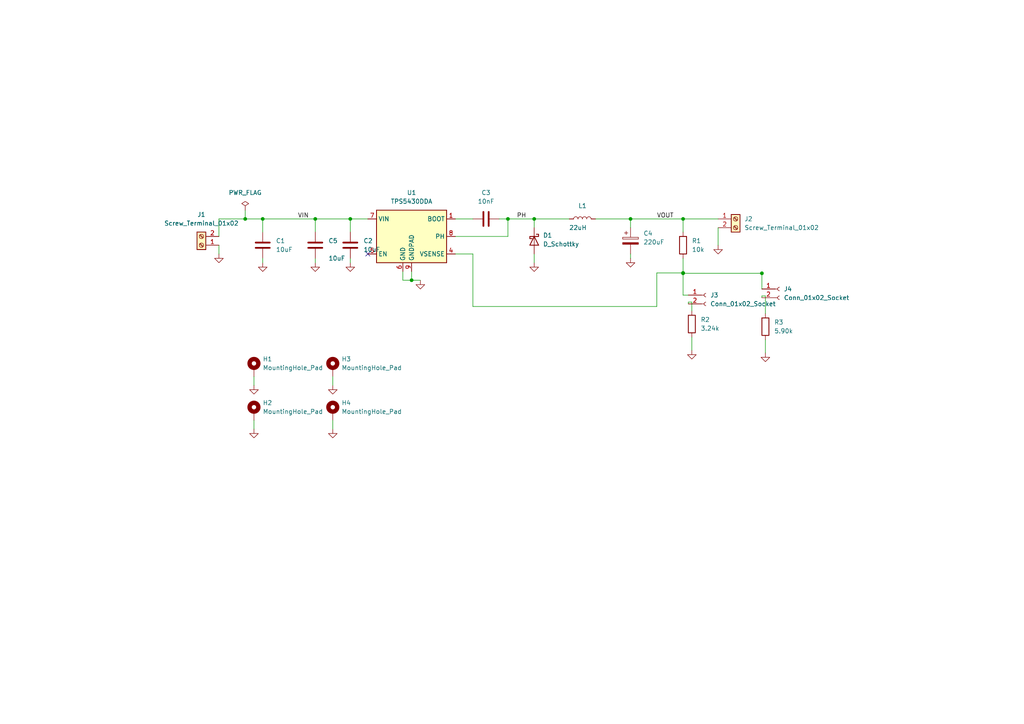
<source format=kicad_sch>
(kicad_sch (version 20231120) (generator "eeschema") (generator_version "8.0")
  (paper "A4")
  (lib_symbols
    (symbol "Connector:Conn_01x02_Socket" (pin_names (offset 1.016) hide)
      (property "Reference" "J" (at 0 2.54 0))
      (property "Value" "Conn_01x02_Socket" (at 0 -5.08 0))
      (symbol "Conn_01x02_Socket_1_1"
        (arc (start 0 -2.032) (mid -0.5058 -2.54) (end 0 -3.048) (stroke (width 0.1524)))
        (polyline (pts (xy -1.27 -2.54) (xy -0.508 -2.54)) (stroke (width 0.1524)))
        (polyline (pts (xy -1.27 0) (xy -0.508 0)) (stroke (width 0.1524)))
        (arc (start 0 0.508) (mid -0.5058 0) (end 0 -0.508) (stroke (width 0.1524)))
        (pin passive line (at -5.08 0 0) (length 3.81) (name "Pin_1") (number "1"))
        (pin passive line (at -5.08 -2.54 0) (length 3.81) (name "Pin_2") (number "2"))
      )
    )
    (symbol "Connector:Screw_Terminal_01x02" (pin_names (offset 1.016) hide)
      (property "Reference" "J" (at 0 2.54 0))
      (property "Value" "Screw_Terminal_01x02" (at 0 -5.08 0))
      (symbol "Screw_Terminal_01x02_1_1"
        (rectangle (start -1.27 1.27) (end 1.27 -3.81) (stroke (width 0.254)) (fill (type background)))
        (circle (center 0 -2.54) (radius 0.635) (stroke (width 0.1524)))
        (polyline (pts (xy -0.5334 -2.2098) (xy 0.3302 -3.048)) (stroke (width 0.1524)))
        (polyline (pts (xy -0.5334 0.3302) (xy 0.3302 -0.508)) (stroke (width 0.1524)))
        (polyline (pts (xy -0.3556 -2.032) (xy 0.508 -2.8702)) (stroke (width 0.1524)))
        (polyline (pts (xy -0.3556 0.508) (xy 0.508 -0.3302)) (stroke (width 0.1524)))
        (circle (center 0 0) (radius 0.635) (stroke (width 0.1524)))
        (pin passive line (at -5.08 0 0) (length 3.81) (name "Pin_1") (number "1"))
        (pin passive line (at -5.08 -2.54 0) (length 3.81) (name "Pin_2") (number "2"))
      )
    )
    (symbol "Device:C" (pin_numbers hide) (pin_names (offset 0.254))
      (property "Reference" "C" (at 0.635 2.54 0))
      (property "Value" "C" (at 0.635 -2.54 0))
      (symbol "C_0_1"
        (polyline (pts (xy -2.032 -0.762) (xy 2.032 -0.762)) (stroke (width 0.508)))
        (polyline (pts (xy -2.032 0.762) (xy 2.032 0.762)) (stroke (width 0.508)))
      )
      (symbol "C_1_1"
        (pin passive line (at 0 3.81 270) (length 2.794) (name "~") (number "1"))
        (pin passive line (at 0 -3.81 90) (length 2.794) (name "~") (number "2"))
      )
    )
    (symbol "Device:C_Polarized" (pin_numbers hide) (pin_names (offset 0.254))
      (property "Reference" "C" (at 0.635 2.54 0))
      (property "Value" "C_Polarized" (at 0.635 -2.54 0))
      (symbol "C_Polarized_0_1"
        (rectangle (start -2.286 0.508) (end 2.286 1.016))
        (polyline (pts (xy -1.778 2.286) (xy -0.762 2.286)))
        (polyline (pts (xy -1.27 2.794) (xy -1.27 1.778)))
        (rectangle (start 2.286 -0.508) (end -2.286 -1.016) (fill (type outline)))
      )
      (symbol "C_Polarized_1_1"
        (pin passive line (at 0 3.81 270) (length 2.794) (name "~") (number "1"))
        (pin passive line (at 0 -3.81 90) (length 2.794) (name "~") (number "2"))
      )
    )
    (symbol "Device:D_Schottky" (pin_numbers hide) (pin_names (offset 1.016) hide)
      (property "Reference" "D" (at 0 2.54 0))
      (property "Value" "D_Schottky" (at 0 -2.54 0))
      (symbol "D_Schottky_0_1"
        (polyline (pts (xy 1.27 0) (xy -1.27 0)))
        (polyline (pts (xy 1.27 1.27) (xy 1.27 -1.27) (xy -1.27 0) (xy 1.27 1.27)) (stroke (width 0.254)))
        (polyline (pts (xy -1.905 0.635) (xy -1.905 1.27) (xy -1.27 1.27) (xy -1.27 -1.27) (xy -0.635 -1.27) (xy -0.635 -0.635)) (stroke (width 0.254)))
      )
      (symbol "D_Schottky_1_1"
        (pin passive line (at -3.81 0 0) (length 2.54) (name "K") (number "1"))
        (pin passive line (at 3.81 0 180) (length 2.54) (name "A") (number "2"))
      )
    )
    (symbol "Device:L" (pin_numbers hide) (pin_names (offset 1.016) hide)
      (property "Reference" "L" (at -1.27 0 90))
      (property "Value" "L" (at 1.905 0 90))
      (symbol "L_0_1"
        (arc (start 0 -2.54) (mid 0.6323 -1.905) (end 0 -1.27))
        (arc (start 0 -1.27) (mid 0.6323 -0.635) (end 0 0))
        (arc (start 0 0) (mid 0.6323 0.635) (end 0 1.27))
        (arc (start 0 1.27) (mid 0.6323 1.905) (end 0 2.54))
      )
      (symbol "L_1_1"
        (pin passive line (at 0 3.81 270) (length 1.27) (name "1") (number "1"))
        (pin passive line (at 0 -3.81 90) (length 1.27) (name "2") (number "2"))
      )
    )
    (symbol "Device:R" (pin_numbers hide) (pin_names (offset 0))
      (property "Reference" "R" (at 2.032 0 90))
      (property "Value" "R" (at 0 0 90))
      (symbol "R_0_1"
        (rectangle (start -1.016 -2.54) (end 1.016 2.54) (stroke (width 0.254)))
      )
      (symbol "R_1_1"
        (pin passive line (at 0 3.81 270) (length 1.27) (name "~") (number "1"))
        (pin passive line (at 0 -3.81 90) (length 1.27) (name "~") (number "2"))
      )
    )
    (symbol "Mechanical:MountingHole_Pad" (pin_numbers hide) (pin_names (offset 1.016) hide)
      (property "Reference" "H" (at 0 6.35 0))
      (property "Value" "MountingHole_Pad" (at 0 4.445 0))
      (symbol "MountingHole_Pad_0_1"
        (circle (center 0 1.27) (radius 1.27) (stroke (width 1.27)))
      )
      (symbol "MountingHole_Pad_1_1"
        (pin input line (at 0 -2.54 90) (length 2.54) (name "1") (number "1"))
      )
    )
    (symbol "Regulator_Switching:TPS5430DDA"
      (property "Reference" "U" (at -10.16 8.89 0))
      (property "Value" "TPS5430DDA" (at -1.27 8.89 0))
      (symbol "TPS5430DDA_0_1"
        (rectangle (start -10.16 7.62) (end 10.16 -7.62) (stroke (width 0.254)) (fill (type background)))
      )
      (symbol "TPS5430DDA_1_1"
        (pin input line (at 12.7 5.08 180) (length 2.54) (name "BOOT") (number "1"))
        (pin no_connect line (at -10.16 2.54 0) (length 2.54) hide (name "NC") (number "2"))
        (pin no_connect line (at -10.16 -2.54 0) (length 2.54) hide (name "NC") (number "3"))
        (pin input line (at 12.7 -5.08 180) (length 2.54) (name "VSENSE") (number "4"))
        (pin input line (at -12.7 -5.08 0) (length 2.54) (name "EN") (number "5"))
        (pin power_in line (at -2.54 -10.16 90) (length 2.54) (name "GND") (number "6"))
        (pin power_in line (at -12.7 5.08 0) (length 2.54) (name "VIN") (number "7"))
        (pin output line (at 12.7 0 180) (length 2.54) (name "PH") (number "8"))
        (pin power_in line (at 0 -10.16 90) (length 2.54) (name "GNDPAD") (number "9"))
      )
    )
    (symbol "power:GND" (power) (pin_names (offset 0))
      (property "Value" "GND" (at 0 -3.81 0))
      (symbol "GND_0_1"
        (polyline (pts (xy 0 0) (xy 0 -1.27) (xy 1.27 -1.27) (xy 0 -2.54) (xy -1.27 -1.27) (xy 0 -1.27)))
      )
      (symbol "GND_1_1"
        (pin power_in line (at 0 0 270) (length 0) hide (name "GND") (number "1"))
      )
    )
    (symbol "power:PWR_FLAG" (power) (pin_numbers hide) (pin_names (offset 0) hide)
      (property "Value" "PWR_FLAG" (at 0 3.81 0))
      (symbol "PWR_FLAG_0_0"
        (pin power_out line (at 0 0 90) (length 0) (name "pwr") (number "1"))
      )
      (symbol "PWR_FLAG_0_1"
        (polyline (pts (xy 0 0) (xy 0 1.27) (xy -1.016 1.905) (xy 0 2.54) (xy 1.016 1.905) (xy 0 1.27)))
      )
    )
  )
  (junction (at 198.12 63.5))
  (junction (at 76.2 63.5))
  (junction (at 101.6 63.5))
  (junction (at 91.44 63.5))
  (junction (at 198.12 79.2623))
  (junction (at 71.12 63.5))
  (junction (at 119.38 81.28))
  (junction (at 154.94 63.5))
  (junction (at 147.32 63.5))
  (junction (at 198.12 79.16))
  (junction (at 182.88 63.5))
  (junction (at 220.98 79.2623))
  (no_connect (at 106.68 73.66))
  (wire (pts (xy 132.08 68.58) (xy 147.32 68.58)))
  (wire (pts (xy 101.6 74.93) (xy 101.6 76.2)))
  (wire (pts (xy 132.08 73.66) (xy 137.16 73.66)))
  (wire (pts (xy 119.38 81.28) (xy 119.38 78.74)))
  (wire (pts (xy 101.6 63.5) (xy 101.6 67.31)))
  (wire (pts (xy 198.12 63.5) (xy 208.28 63.5)))
  (wire (pts (xy 76.2 63.5) (xy 91.44 63.5)))
  (wire (pts (xy 154.94 63.5) (xy 154.94 66.04)))
  (wire (pts (xy 182.88 74.93) (xy 182.88 73.66)))
  (wire (pts (xy 198.12 63.5) (xy 198.12 67.31)))
  (wire (pts (xy 190.5 79.16) (xy 198.12 79.16)))
  (wire (pts (xy 73.66 121.92) (xy 73.66 124.46)))
  (wire (pts (xy 220.98 79.2623) (xy 198.12 79.2623)))
  (wire (pts (xy 91.44 63.5) (xy 101.6 63.5)))
  (wire (pts (xy 221.996 98.552) (xy 221.996 102.362)))
  (wire (pts (xy 198.12 74.93) (xy 198.12 79.16)))
  (wire (pts (xy 221.996 85.852) (xy 221.996 90.932)))
  (wire (pts (xy 200.66 97.79) (xy 200.66 101.6)))
  (wire (pts (xy 198.12 79.2623) (xy 198.12 85.598)))
  (wire (pts (xy 63.5 71.12) (xy 63.5 73.66)))
  (wire (pts (xy 182.88 63.5) (xy 182.88 66.04)))
  (wire (pts (xy 172.72 63.5) (xy 182.88 63.5)))
  (wire (pts (xy 91.44 74.93) (xy 91.44 76.2)))
  (wire (pts (xy 137.16 88.9) (xy 190.5 88.9)))
  (wire (pts (xy 144.78 63.5) (xy 147.32 63.5)))
  (wire (pts (xy 76.2 74.93) (xy 76.2 76.2)))
  (wire (pts (xy 91.44 63.5) (xy 91.44 67.31)))
  (wire (pts (xy 198.12 79.2623) (xy 198.12 79.16)))
  (wire (pts (xy 198.12 85.598) (xy 199.644 85.598)))
  (wire (pts (xy 96.52 109.22) (xy 96.52 111.76)))
  (wire (pts (xy 182.88 63.5) (xy 198.12 63.5)))
  (wire (pts (xy 154.94 63.5) (xy 165.1 63.5)))
  (wire (pts (xy 137.16 73.66) (xy 137.16 88.9)))
  (wire (pts (xy 71.12 60.96) (xy 71.12 63.5)))
  (wire (pts (xy 73.66 109.22) (xy 73.66 111.76)))
  (wire (pts (xy 221.996 85.852) (xy 220.98 85.852)))
  (wire (pts (xy 208.28 66.04) (xy 208.28 71.12)))
  (wire (pts (xy 121.92 81.28) (xy 119.38 81.28)))
  (wire (pts (xy 154.94 73.66) (xy 154.94 76.2)))
  (wire (pts (xy 63.5 63.5) (xy 71.12 63.5)))
  (wire (pts (xy 116.84 78.74) (xy 116.84 81.28)))
  (wire (pts (xy 101.6 63.5) (xy 106.68 63.5)))
  (wire (pts (xy 96.52 121.92) (xy 96.52 124.46)))
  (wire (pts (xy 63.5 68.58) (xy 63.5 63.5)))
  (wire (pts (xy 132.08 63.5) (xy 137.16 63.5)))
  (wire (pts (xy 76.2 63.5) (xy 76.2 67.31)))
  (wire (pts (xy 220.98 83.82) (xy 220.98 79.2623)))
  (wire (pts (xy 200.66 87.63) (xy 200.66 90.17)))
  (wire (pts (xy 190.5 88.9) (xy 190.5 79.16)))
  (wire (pts (xy 147.32 68.58) (xy 147.32 63.5)))
  (wire (pts (xy 200.66 87.63) (xy 199.644 87.63)))
  (wire (pts (xy 71.12 63.5) (xy 76.2 63.5)))
  (wire (pts (xy 116.84 81.28) (xy 119.38 81.28)))
  (wire (pts (xy 182.88 63.4477) (xy 182.88 63.5)))
  (wire (pts (xy 220.98 79.2623) (xy 220.98 79.1789)))
  (wire (pts (xy 147.32 63.5) (xy 154.94 63.5)))
  (wire (pts (xy 220.98 85.852) (xy 220.98 86.36)))
  (wire (pts (xy 199.644 87.63) (xy 199.644 88.138)))
  (label "VIN" (at 86.36 63.5 0))
  (label "VOUT" (at 190.5 63.5 0))
  (label "PH" (at 149.86 63.5 0))
  (symbol (lib_id "power:GND") (at 63.5 73.66 0) (unit 1)
    (property "Reference" "#PWR01" (effects (hide yes)))
    (property "Value" "GND" (effects (hide yes)))
  )
  (symbol (lib_id "Mechanical:MountingHole_Pad") (at 73.66 119.38 0) (unit 1)
    (property "Reference" "H2" (at 76.2 116.84 0) (effects (justify left)))
    (property "Value" "MountingHole_Pad" (at 76.2 119.38 0) (effects (justify left)))
    (property "Footprint" "MountingHole:MountingHole_3.2mm_M3_Pad_Via" (effects (hide yes)))
  )
  (symbol (lib_id "Device:L") (at 168.91 63.5 90) (unit 1)
    (property "Reference" "L1" (at 170.18 59.69 90) (effects (justify left)))
    (property "Value" "22uH" (at 170.18 66.04 90) (effects (justify left)))
    (property "Footprint" "Inductor_SMD:L_Wuerth_WE-PD-Typ-LS_Handsoldering" (effects (hide yes)))
  )
  (symbol (lib_id "Mechanical:MountingHole_Pad") (at 96.52 106.68 0) (unit 1)
    (property "Reference" "H3" (at 99.06 104.14 0) (effects (justify left)))
    (property "Value" "MountingHole_Pad" (at 99.06 106.68 0) (effects (justify left)))
    (property "Footprint" "MountingHole:MountingHole_3.2mm_M3_Pad_Via" (effects (hide yes)))
  )
  (symbol (lib_id "Device:C") (at 91.44 71.12 0) (unit 1)
    (property "Reference" "C5" (at 95.25 69.85 0) (effects (justify left)))
    (property "Value" "10uF" (at 95.25 74.93 0) (effects (justify left)))
    (property "Footprint" "Capacitor_SMD:C_1210_3225Metric_Pad1.33x2.70mm_HandSolder" (effects (hide yes)))
  )
  (symbol (lib_id "Mechanical:MountingHole_Pad") (at 73.66 106.68 0) (unit 1)
    (property "Reference" "H1" (at 76.2 104.14 0) (effects (justify left)))
    (property "Value" "MountingHole_Pad" (at 76.2 106.68 0) (effects (justify left)))
    (property "Footprint" "MountingHole:MountingHole_3.2mm_M3_Pad_Via" (effects (hide yes)))
  )
  (symbol (lib_id "power:PWR_FLAG") (at 71.12 60.96 0) (unit 1)
    (property "Reference" "#FLG01" (effects (hide yes)))
    (property "Value" "PWR_FLAG" (at 71.12 55.88 0))
  )
  (symbol (lib_id "power:GND") (at 76.2 76.2 0) (unit 1)
    (property "Reference" "#PWR016" (effects (hide yes)))
    (property "Value" "GND" (effects (hide yes)))
  )
  (symbol (lib_id "Connector:Screw_Terminal_01x02") (at 213.36 63.5 0) (unit 1)
    (property "Reference" "J2" (at 215.9 63.5 0) (effects (justify left)))
    (property "Value" "Screw_Terminal_01x02" (at 215.9 66.04 0) (effects (justify left)))
    (property "Footprint" "TerminalBlock_Phoenix:TerminalBlock_Phoenix_MKDS-1,5-2-5.08_1x02_P5.08mm_Horizontal" (effects (hide yes)))
  )
  (symbol (lib_id "power:GND") (at 101.6 76.2 0) (unit 1)
    (property "Reference" "#PWR04" (effects (hide yes)))
    (property "Value" "GND" (effects (hide yes)))
  )
  (symbol (lib_id "Device:C") (at 140.97 63.5 90) (unit 1)
    (property "Reference" "C3" (at 140.97 55.88 90))
    (property "Value" "10nF" (at 140.97 58.42 90))
    (property "Footprint" "Capacitor_SMD:C_0805_2012Metric_Pad1.18x1.45mm_HandSolder" (effects (hide yes)))
  )
  (symbol (lib_id "Device:C_Polarized") (at 182.88 69.85 0) (unit 1)
    (property "Reference" "C4" (at 186.6129 67.691 0) (effects (justify left)))
    (property "Value" "220uF" (at 186.6129 70.231 0) (effects (justify left)))
    (property "Footprint" "Capacitor_SMD:CP_Elec_6.3x5.9" (effects (hide yes)))
  )
  (symbol (lib_id "power:GND") (at 200.66 101.6 0) (unit 1)
    (property "Reference" "#PWR010" (effects (hide yes)))
    (property "Value" "GND" (effects (hide yes)))
  )
  (symbol (lib_id "Device:C") (at 76.2 71.12 0) (unit 1)
    (property "Reference" "C1" (at 80.01 69.85 0) (effects (justify left)))
    (property "Value" "10uF" (at 80.01 72.39 0) (effects (justify left)))
    (property "Footprint" "Capacitor_SMD:C_1210_3225Metric_Pad1.33x2.70mm_HandSolder" (effects (hide yes)))
  )
  (symbol (lib_id "Device:D_Schottky") (at 154.94 69.85 270) (unit 1)
    (property "Reference" "D1" (at 157.48 68.2625 90) (effects (justify left)))
    (property "Value" "D_Schottky" (at 157.48 70.8025 90) (effects (justify left)))
    (property "Footprint" "Diode_SMD:D_SMC_Handsoldering" (effects (hide yes)))
  )
  (symbol (lib_id "power:GND") (at 221.996 102.362 0) (unit 1)
    (property "Reference" "#PWR09" (effects (hide yes)))
    (property "Value" "GND" (effects (hide yes)))
  )
  (symbol (lib_id "Device:R") (at 200.66 93.98 0) (unit 1)
    (property "Reference" "R2" (at 203.2 92.71 0) (effects (justify left)))
    (property "Value" "3.24k" (at 203.2 95.25 0) (effects (justify left)))
    (property "Footprint" "Resistor_SMD:R_0805_2012Metric_Pad1.20x1.40mm_HandSolder" (effects (hide yes)))
  )
  (symbol (lib_id "Connector:Conn_01x02_Socket") (at 204.724 85.598 0) (unit 1)
    (property "Reference" "J3" (at 205.994 85.598 0) (effects (justify left)))
    (property "Value" "Conn_01x02_Socket" (at 205.994 88.138 0) (effects (justify left)))
    (property "Footprint" "Connector_PinHeader_2.54mm:PinHeader_1x02_P2.54mm_Vertical" (effects (hide yes)))
  )
  (symbol (lib_id "power:GND") (at 154.94 76.2 0) (unit 1)
    (property "Reference" "#PWR05" (effects (hide yes)))
    (property "Value" "GND" (effects (hide yes)))
  )
  (symbol (lib_id "Device:R") (at 198.12 71.12 0) (unit 1)
    (property "Reference" "R1" (at 200.66 69.85 0) (effects (justify left)))
    (property "Value" "10k" (at 200.66 72.39 0) (effects (justify left)))
    (property "Footprint" "Resistor_SMD:R_0805_2012Metric_Pad1.20x1.40mm_HandSolder" (effects (hide yes)))
  )
  (symbol (lib_id "Connector:Screw_Terminal_01x02") (at 58.42 71.12 180) (unit 1)
    (property "Reference" "J1" (at 58.42 62.23 0))
    (property "Value" "Screw_Terminal_01x02" (at 58.42 64.77 0))
    (property "Footprint" "TerminalBlock_Phoenix:TerminalBlock_Phoenix_MKDS-1,5-2-5.08_1x02_P5.08mm_Horizontal" (effects (hide yes)))
  )
  (symbol (lib_id "Device:C") (at 101.6 71.12 0) (unit 1)
    (property "Reference" "C2" (at 105.41 69.85 0) (effects (justify left)))
    (property "Value" "10uF" (at 105.41 72.39 0) (effects (justify left)))
    (property "Footprint" "Capacitor_SMD:C_1210_3225Metric_Pad1.33x2.70mm_HandSolder" (effects (hide yes)))
  )
  (symbol (lib_id "Mechanical:MountingHole_Pad") (at 96.52 119.38 0) (unit 1)
    (property "Reference" "H4" (at 99.06 116.84 0) (effects (justify left)))
    (property "Value" "MountingHole_Pad" (at 99.06 119.38 0) (effects (justify left)))
    (property "Footprint" "MountingHole:MountingHole_3.2mm_M3_Pad_Via" (effects (hide yes)))
  )
  (symbol (lib_id "power:GND") (at 96.52 111.76 0) (unit 1)
    (property "Reference" "#PWR015" (effects (hide yes)))
    (property "Value" "GND" (effects (hide yes)))
  )
  (symbol (lib_id "power:GND") (at 73.66 111.76 0) (unit 1)
    (property "Reference" "#PWR014" (effects (hide yes)))
    (property "Value" "GND" (effects (hide yes)))
  )
  (symbol (lib_id "power:GND") (at 121.92 81.28 0) (unit 1)
    (property "Reference" "#PWR017" (effects (hide yes)))
    (property "Value" "GND" (effects (hide yes)))
  )
  (symbol (lib_id "power:GND") (at 91.44 76.2 0) (unit 1)
    (property "Reference" "#PWR03" (effects (hide yes)))
    (property "Value" "GND" (effects (hide yes)))
  )
  (symbol (lib_id "power:GND") (at 96.52 124.46 0) (unit 1)
    (property "Reference" "#PWR012" (effects (hide yes)))
    (property "Value" "GND" (effects (hide yes)))
  )
  (symbol (lib_id "Connector:Conn_01x02_Socket") (at 226.06 83.82 0) (unit 1)
    (property "Reference" "J4" (at 227.33 83.82 0) (effects (justify left)))
    (property "Value" "Conn_01x02_Socket" (at 227.33 86.36 0) (effects (justify left)))
    (property "Footprint" "Connector_PinHeader_2.54mm:PinHeader_1x02_P2.54mm_Vertical" (effects (hide yes)))
  )
  (symbol (lib_id "Device:R") (at 221.996 94.742 0) (unit 1)
    (property "Reference" "R3" (at 224.536 93.472 0) (effects (justify left)))
    (property "Value" "5.90k" (at 224.536 96.012 0) (effects (justify left)))
    (property "Footprint" "Resistor_SMD:R_0805_2012Metric_Pad1.20x1.40mm_HandSolder" (effects (hide yes)))
  )
  (symbol (lib_id "power:GND") (at 73.66 124.46 0) (unit 1)
    (property "Reference" "#PWR013" (effects (hide yes)))
    (property "Value" "GND" (effects (hide yes)))
  )
  (symbol (lib_id "power:GND") (at 208.28 71.12 0) (unit 1)
    (property "Reference" "#PWR08" (effects (hide yes)))
    (property "Value" "GND" (effects (hide yes)))
  )
  (symbol (lib_id "power:GND") (at 182.88 74.93 0) (unit 1)
    (property "Reference" "#PWR06" (effects (hide yes)))
    (property "Value" "GND" (effects (hide yes)))
  )
  (symbol (lib_id "Regulator_Switching:TPS5430DDA") (at 119.38 68.58 0) (unit 1)
    (property "Reference" "U1" (at 119.38 55.88 0))
    (property "Value" "TPS5430DDA" (at 119.38 58.42 0))
    (property "Footprint" "Package_SO:TI_SO-PowerPAD-8_ThermalVias" (effects (hide yes)))
    (property "Datasheet" "http://www.ti.com/lit/ds/symlink/tps5430.pdf" (effects (hide yes)))
  )
)
</source>
